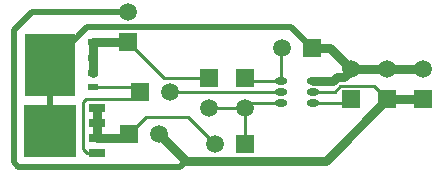
<source format=gtl>
G04*
G04 #@! TF.GenerationSoftware,Altium Limited,Altium Designer,18.1.7 (191)*
G04*
G04 Layer_Physical_Order=1*
G04 Layer_Color=255*
%FSLAX23Y23*%
%MOIN*%
G70*
G01*
G75*
%ADD18O,0.041X0.024*%
%ADD19R,0.037X0.024*%
%ADD20R,0.170X0.211*%
%ADD21R,0.054X0.028*%
%ADD22R,0.175X0.178*%
%ADD23C,0.020*%
%ADD24C,0.010*%
%ADD25C,0.030*%
%ADD26R,0.059X0.059*%
%ADD27C,0.059*%
%ADD28R,0.059X0.059*%
D18*
X2057Y1322D02*
D03*
Y1285D02*
D03*
Y1248D02*
D03*
X1953Y1322D02*
D03*
Y1285D02*
D03*
Y1248D02*
D03*
D19*
X1325Y1450D02*
D03*
Y1399D02*
D03*
Y1349D02*
D03*
Y1300D02*
D03*
D20*
X1181Y1376D02*
D03*
D21*
X1338Y1080D02*
D03*
Y1130D02*
D03*
Y1180D02*
D03*
Y1230D02*
D03*
D22*
X1180Y1155D02*
D03*
D23*
X1440Y1550D02*
X1120D01*
X1060Y1490D01*
Y1050D02*
Y1490D01*
X1075Y1035D02*
X1060Y1050D01*
X1615Y1035D02*
X1075D01*
X1635Y1055D02*
X1615Y1035D01*
X1181Y1156D02*
Y1376D01*
X1306Y1500D02*
X1181Y1376D01*
X1985Y1500D02*
X1306D01*
X2055Y1430D02*
X1985Y1500D01*
D24*
X1181Y1156D02*
X1180Y1155D01*
X2130Y1285D02*
X2057D01*
X2149Y1305D02*
X2130Y1285D01*
X2260Y1305D02*
X2149D01*
X2305Y1260D02*
X2260Y1305D01*
X1560Y1330D02*
X1440Y1450D01*
X1480Y1285D02*
X1455Y1260D01*
X1338Y1080D02*
X1305D01*
X1290Y1095D01*
Y1250D01*
X1300Y1260D02*
X1290Y1250D01*
X1455Y1260D02*
X1300D01*
X1465Y1300D02*
X1325D01*
X1480Y1285D02*
X1465Y1300D01*
X1445Y1145D02*
X1430Y1130D01*
X1953Y1285D02*
X1580D01*
X1710Y1330D02*
X1560D01*
X1500Y1200D02*
X1445Y1145D01*
X1640Y1200D02*
X1500D01*
X1730Y1110D02*
X1640Y1200D01*
X1830Y1230D02*
X1710D01*
X1830Y1110D02*
Y1230D01*
X1848Y1248D02*
X1830Y1230D01*
X1953Y1248D02*
X1848D01*
X1838Y1322D02*
X1830Y1330D01*
X1953Y1322D02*
X1838D01*
X1325Y1450D02*
X1325Y1450D01*
X1955Y1430D02*
X1953Y1428D01*
Y1322D02*
Y1428D01*
X2173Y1248D02*
X2057D01*
X2185Y1260D02*
X2173Y1248D01*
D25*
X2125Y1322D02*
X2057D01*
X2137Y1335D02*
X2125Y1322D01*
X2160Y1335D02*
X2137D01*
X2185Y1360D02*
X2160Y1335D01*
X1635Y1055D02*
X1545Y1145D01*
X2100Y1055D02*
X1635D01*
X2305Y1260D02*
X2100Y1055D01*
X2425Y1260D02*
X2305D01*
X1338Y1180D02*
Y1230D01*
Y1130D02*
Y1180D01*
X1430Y1130D02*
X1338D01*
X1325Y1349D02*
Y1399D01*
Y1450D01*
X1440Y1450D02*
X1325D01*
X2115Y1430D02*
X2055D01*
X2185Y1360D02*
X2115Y1430D01*
X2305Y1360D02*
X2185D01*
X2425D02*
X2305D01*
D26*
X1830Y1110D02*
D03*
X1480Y1285D02*
D03*
X2055Y1430D02*
D03*
X1445Y1145D02*
D03*
D27*
X1730Y1110D02*
D03*
X1710Y1230D02*
D03*
X1580Y1285D02*
D03*
X2185Y1360D02*
D03*
X2305D02*
D03*
X2425D02*
D03*
X1955Y1430D02*
D03*
X1440Y1550D02*
D03*
X1545Y1145D02*
D03*
X1830Y1230D02*
D03*
D28*
X1710Y1330D02*
D03*
X2185Y1260D02*
D03*
X2305D02*
D03*
X2425D02*
D03*
X1440Y1450D02*
D03*
X1830Y1330D02*
D03*
M02*

</source>
